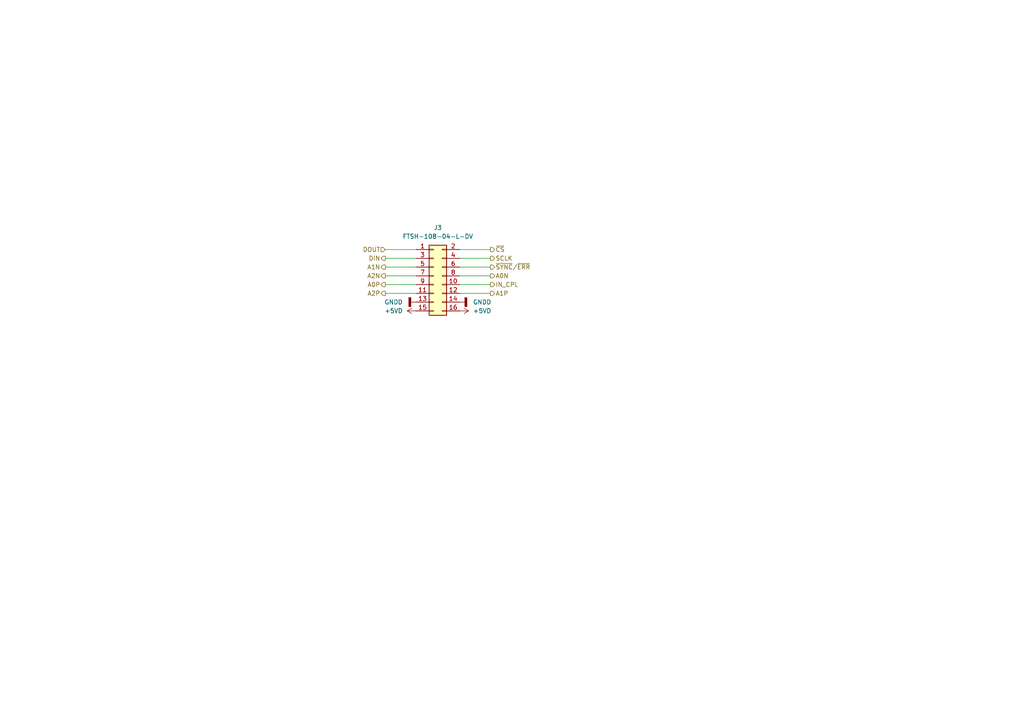
<source format=kicad_sch>
(kicad_sch (version 20250114) (generator "eeschema") (generator_version "9.0")
  (paper "A4")
  (lib_symbols
    (symbol "Connector_Generic:Conn_02x08_Odd_Even" (pin_names (offset 1.016) (hide yes))
      (property "Reference" "J" (at 1.27 10.16 0))
      (property "Value" "Conn_02x08_Odd_Even" (at 1.27 -12.7 0))
      (symbol "Conn_02x08_Odd_Even_1_1"
        (rectangle (start -1.27 8.89) (end 3.81 -11.43) (stroke (width 0.254)) (fill (type background)))
        (rectangle (start -1.27 7.747) (end 0 7.493) (stroke (width 0.1524)))
        (rectangle (start -1.27 5.207) (end 0 4.953) (stroke (width 0.1524)))
        (rectangle (start -1.27 2.667) (end 0 2.413) (stroke (width 0.1524)))
        (rectangle (start -1.27 0.127) (end 0 -0.127) (stroke (width 0.1524)))
        (rectangle (start -1.27 -2.413) (end 0 -2.667) (stroke (width 0.1524)))
        (rectangle (start -1.27 -4.953) (end 0 -5.207) (stroke (width 0.1524)))
        (rectangle (start -1.27 -7.493) (end 0 -7.747) (stroke (width 0.1524)))
        (rectangle (start -1.27 -10.033) (end 0 -10.287) (stroke (width 0.1524)))
        (rectangle (start 3.81 7.747) (end 2.54 7.493) (stroke (width 0.1524)))
        (rectangle (start 3.81 5.207) (end 2.54 4.953) (stroke (width 0.1524)))
        (rectangle (start 3.81 2.667) (end 2.54 2.413) (stroke (width 0.1524)))
        (rectangle (start 3.81 0.127) (end 2.54 -0.127) (stroke (width 0.1524)))
        (rectangle (start 3.81 -2.413) (end 2.54 -2.667) (stroke (width 0.1524)))
        (rectangle (start 3.81 -4.953) (end 2.54 -5.207) (stroke (width 0.1524)))
        (rectangle (start 3.81 -7.493) (end 2.54 -7.747) (stroke (width 0.1524)))
        (rectangle (start 3.81 -10.033) (end 2.54 -10.287) (stroke (width 0.1524)))
        (pin passive line (at -5.08 7.62 0) (length 3.81) (name "Pin_1") (number "1"))
        (pin passive line (at -5.08 5.08 0) (length 3.81) (name "Pin_3") (number "3"))
        (pin passive line (at -5.08 2.54 0) (length 3.81) (name "Pin_5") (number "5"))
        (pin passive line (at -5.08 0 0) (length 3.81) (name "Pin_7") (number "7"))
        (pin passive line (at -5.08 -2.54 0) (length 3.81) (name "Pin_9") (number "9"))
        (pin passive line (at -5.08 -5.08 0) (length 3.81) (name "Pin_11") (number "11"))
        (pin passive line (at -5.08 -7.62 0) (length 3.81) (name "Pin_13") (number "13"))
        (pin passive line (at -5.08 -10.16 0) (length 3.81) (name "Pin_15") (number "15"))
        (pin passive line (at 7.62 7.62 180) (length 3.81) (name "Pin_2") (number "2"))
        (pin passive line (at 7.62 5.08 180) (length 3.81) (name "Pin_4") (number "4"))
        (pin passive line (at 7.62 2.54 180) (length 3.81) (name "Pin_6") (number "6"))
        (pin passive line (at 7.62 0 180) (length 3.81) (name "Pin_8") (number "8"))
        (pin passive line (at 7.62 -2.54 180) (length 3.81) (name "Pin_10") (number "10"))
        (pin passive line (at 7.62 -5.08 180) (length 3.81) (name "Pin_12") (number "12"))
        (pin passive line (at 7.62 -7.62 180) (length 3.81) (name "Pin_14") (number "14"))
        (pin passive line (at 7.62 -10.16 180) (length 3.81) (name "Pin_16") (number "16"))
      )
    )
    (symbol "power:+5VD" (power) (pin_numbers (hide yes)) (pin_names (offset 0) (hide yes))
      (property "Value" "+5VD" (at 0 3.556 0))
      (symbol "+5VD_0_1"
        (polyline (pts (xy -0.762 1.27) (xy 0 2.54)))
        (polyline (pts (xy 0 2.54) (xy 0.762 1.27)))
        (polyline (pts (xy 0 0) (xy 0 2.54)))
      )
      (symbol "+5VD_1_1"
        (pin power_in line (at 0 0 90) (length 0) (name "~") (number "1"))
      )
    )
    (symbol "power:GNDD" (power) (pin_numbers (hide yes)) (pin_names (offset 0) (hide yes))
      (property "Value" "GNDD" (at 0 -3.175 0))
      (symbol "GNDD_0_1"
        (rectangle (start -1.27 -1.524) (end 1.27 -2.032) (stroke (width 0.254)) (fill (type outline)))
        (polyline (pts (xy 0 0) (xy 0 -1.524)))
      )
      (symbol "GNDD_1_1"
        (pin power_in line (at 0 0 270) (length 0) (name "~") (number "1"))
      )
    )
  )
  (wire (pts (xy 111.76 74.93) (xy 120.65 74.93)))
  (wire (pts (xy 111.76 80.01) (xy 120.65 80.01)))
  (wire (pts (xy 133.35 85.09) (xy 142.24 85.09)))
  (wire (pts (xy 133.35 82.55) (xy 142.24 82.55)))
  (wire (pts (xy 111.76 85.09) (xy 120.65 85.09)))
  (wire (pts (xy 133.35 80.01) (xy 142.24 80.01)))
  (wire (pts (xy 133.35 74.93) (xy 142.24 74.93)))
  (wire (pts (xy 133.35 72.39) (xy 142.24 72.39)))
  (wire (pts (xy 133.35 77.47) (xy 142.24 77.47)))
  (wire (pts (xy 111.76 82.55) (xy 120.65 82.55)))
  (wire (pts (xy 111.76 77.47) (xy 120.65 77.47)))
  (wire (pts (xy 111.76 72.39) (xy 120.65 72.39)))
  (hierarchical_label "A0P" (shape output) (at 111.76 82.55 180))
  (hierarchical_label "A1P" (shape output) (at 142.24 85.09 0))
  (hierarchical_label "~{SYNC}{slash}~{ERR}" (shape output) (at 142.24 77.47 0))
  (hierarchical_label "A1N" (shape output) (at 111.76 77.47 180))
  (hierarchical_label "~{CS}" (shape output) (at 142.24 72.39 0))
  (hierarchical_label "A2P" (shape output) (at 111.76 85.09 180))
  (hierarchical_label "DOUT" (shape input) (at 111.76 72.39 180))
  (hierarchical_label "A2N" (shape output) (at 111.76 80.01 180))
  (hierarchical_label "SCLK" (shape output) (at 142.24 74.93 0))
  (hierarchical_label "A0N" (shape output) (at 142.24 80.01 0))
  (hierarchical_label "DIN" (shape output) (at 111.76 74.93 180))
  (hierarchical_label "IN_CPL" (shape output) (at 142.24 82.55 0))
  (symbol (lib_id "Connector_Generic:Conn_02x08_Odd_Even") (at 125.73 80.01 0) (unit 1)
    (property "Reference" "J3" (at 127 66.04 0))
    (property "Value" "FTSH-108-04-L-DV" (at 127 68.58 0))
    (property "Footprint" "Connector_PinHeader_1.27mm:PinHeader_2x08_P1.27mm_Vertical_SMD" (effects (hide yes)))
    (property "Description" "Generic connector, double row, 02x08, odd/even pin numbering scheme (row 1 odd numbers, row 2 even numbers), script generated (kicad-library-utils/schlib/autogen/connector/)" (effects (hide yes)))
  )
  (symbol (lib_id "power:+5VD") (at 133.35 90.17 270) (unit 1)
    (property "Reference" "#PWR0114" (effects (hide yes)))
    (property "Value" "+5VD" (at 137.16 90.1699 90) (effects (justify left)))
    (property "Description" "Power symbol creates a global label with name \"+5VD\"" (effects (hide yes)))
  )
  (symbol (lib_id "power:+5VD") (at 120.65 90.17 90) (unit 1)
    (property "Reference" "#PWR0112" (effects (hide yes)))
    (property "Value" "+5VD" (at 116.84 90.1699 90) (effects (justify left)))
    (property "Description" "Power symbol creates a global label with name \"+5VD\"" (effects (hide yes)))
  )
  (symbol (lib_id "power:GNDD") (at 133.35 87.63 90) (unit 1)
    (property "Reference" "#PWR0113" (effects (hide yes)))
    (property "Value" "GNDD" (at 137.16 87.6299 90) (effects (justify right)))
    (property "Description" "Power symbol creates a global label with name \"GNDD\" , digital ground" (effects (hide yes)))
  )
  (symbol (lib_id "power:GNDD") (at 120.65 87.63 270) (unit 1)
    (property "Reference" "#PWR0111" (effects (hide yes)))
    (property "Value" "GNDD" (at 116.84 87.6299 90) (effects (justify right)))
    (property "Description" "Power symbol creates a global label with name \"GNDD\" , digital ground" (effects (hide yes)))
  )
)
</source>
